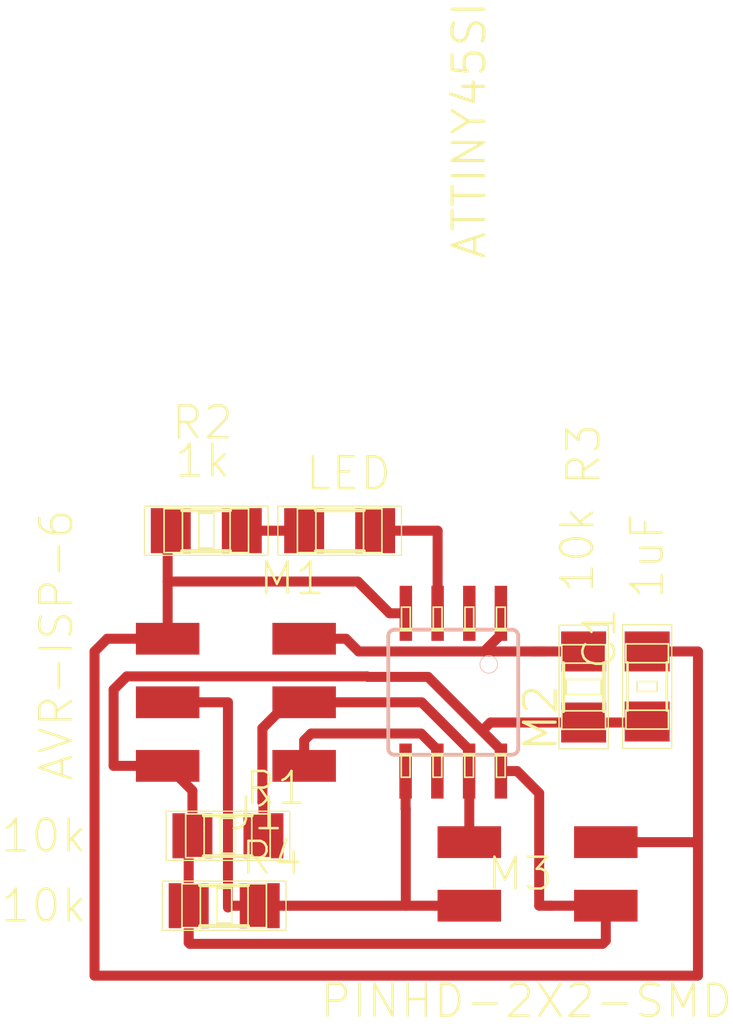
<source format=kicad_pcb>
(kicad_pcb (version 20171130) (host pcbnew 5.0.1)

  (general
    (thickness 1.6)
    (drawings 0)
    (tracks 80)
    (zones 0)
    (modules 9)
    (nets 10)
  )

  (page A4)
  (layers
    (0 F.Cu signal)
    (31 B.Cu signal)
    (32 B.Adhes user)
    (33 F.Adhes user)
    (34 B.Paste user)
    (35 F.Paste user)
    (36 B.SilkS user)
    (37 F.SilkS user)
    (38 B.Mask user)
    (39 F.Mask user)
    (40 Dwgs.User user)
    (41 Cmts.User user)
    (42 Eco1.User user)
    (43 Eco2.User user)
    (44 Edge.Cuts user)
    (45 Margin user)
    (46 B.CrtYd user)
    (47 F.CrtYd user)
    (48 B.Fab user)
    (49 F.Fab user)
  )

  (setup
    (last_trace_width 0.4)
    (trace_clearance 0.2)
    (zone_clearance 0.508)
    (zone_45_only no)
    (trace_min 0.2)
    (segment_width 0.2)
    (edge_width 0.15)
    (via_size 0.8)
    (via_drill 0.4)
    (via_min_size 0.4)
    (via_min_drill 0.3)
    (uvia_size 0.3)
    (uvia_drill 0.1)
    (uvias_allowed no)
    (uvia_min_size 0.2)
    (uvia_min_drill 0.1)
    (pcb_text_width 0.3)
    (pcb_text_size 1.5 1.5)
    (mod_edge_width 0.15)
    (mod_text_size 1 1)
    (mod_text_width 0.15)
    (pad_size 1.524 1.524)
    (pad_drill 0.762)
    (pad_to_mask_clearance 0.051)
    (solder_mask_min_width 0.25)
    (aux_axis_origin 0 0)
    (visible_elements FFFFFF7F)
    (pcbplotparams
      (layerselection 0x010fc_ffffffff)
      (usegerberextensions false)
      (usegerberattributes false)
      (usegerberadvancedattributes false)
      (creategerberjobfile false)
      (excludeedgelayer true)
      (linewidth 0.100000)
      (plotframeref false)
      (viasonmask false)
      (mode 1)
      (useauxorigin false)
      (hpglpennumber 1)
      (hpglpenspeed 20)
      (hpglpendiameter 15.000000)
      (psnegative false)
      (psa4output false)
      (plotreference true)
      (plotvalue true)
      (plotinvisibletext false)
      (padsonsilk false)
      (subtractmaskfromsilk false)
      (outputformat 1)
      (mirror false)
      (drillshape 1)
      (scaleselection 1)
      (outputdirectory ""))
  )

  (net 0 "")
  (net 1 +5V)
  (net 2 Earth)
  (net 3 /RESET)
  (net 4 /MOSI)
  (net 5 /MISO)
  (net 6 /SCK)
  (net 7 "Net-(M1-Pad2)")
  (net 8 "Net-(M2-Pad2)")
  (net 9 /LED)

  (net_class Default "This is the default net class."
    (clearance 0.2)
    (trace_width 0.4)
    (via_dia 0.8)
    (via_drill 0.4)
    (uvia_dia 0.3)
    (uvia_drill 0.1)
    (add_net +5V)
    (add_net /LED)
    (add_net /MISO)
    (add_net /MOSI)
    (add_net /RESET)
    (add_net /SCK)
    (add_net Earth)
    (add_net "Net-(M1-Pad2)")
    (add_net "Net-(M2-Pad2)")
  )

  (module fab:fab-C1206 (layer F.Cu) (tedit 200000) (tstamp 5C0A1365)
    (at 259.08 139.06754 90)
    (descr CAPACITOR)
    (tags CAPACITOR)
    (path /5BFE9E63)
    (attr smd)
    (fp_text reference C1 (at 1.905 -1.905 90) (layer F.SilkS)
      (effects (font (size 1.27 1.27) (thickness 0.1016)))
    )
    (fp_text value 1uF (at 5.20954 0 90) (layer F.SilkS)
      (effects (font (size 1.27 1.27) (thickness 0.1016)))
    )
    (fp_line (start -1.7018 0.8509) (end -0.94996 0.8509) (layer F.SilkS) (width 0.06604))
    (fp_line (start -0.94996 0.8509) (end -0.94996 -0.84836) (layer F.SilkS) (width 0.06604))
    (fp_line (start -1.7018 -0.84836) (end -0.94996 -0.84836) (layer F.SilkS) (width 0.06604))
    (fp_line (start -1.7018 0.8509) (end -1.7018 -0.84836) (layer F.SilkS) (width 0.06604))
    (fp_line (start 0.94996 0.84836) (end 1.7018 0.84836) (layer F.SilkS) (width 0.06604))
    (fp_line (start 1.7018 0.84836) (end 1.7018 -0.8509) (layer F.SilkS) (width 0.06604))
    (fp_line (start 0.94996 -0.8509) (end 1.7018 -0.8509) (layer F.SilkS) (width 0.06604))
    (fp_line (start 0.94996 0.84836) (end 0.94996 -0.8509) (layer F.SilkS) (width 0.06604))
    (fp_line (start -0.19812 0.39878) (end 0.19812 0.39878) (layer F.SilkS) (width 0.06604))
    (fp_line (start 0.19812 0.39878) (end 0.19812 -0.39878) (layer F.SilkS) (width 0.06604))
    (fp_line (start -0.19812 -0.39878) (end 0.19812 -0.39878) (layer F.SilkS) (width 0.06604))
    (fp_line (start -0.19812 0.39878) (end -0.19812 -0.39878) (layer F.SilkS) (width 0.06604))
    (fp_line (start -2.47142 -0.98298) (end 2.47142 -0.98298) (layer F.SilkS) (width 0.0508))
    (fp_line (start 2.47142 0.98298) (end -2.47142 0.98298) (layer F.SilkS) (width 0.0508))
    (fp_line (start -2.47142 0.98298) (end -2.47142 -0.98298) (layer F.SilkS) (width 0.0508))
    (fp_line (start 2.47142 -0.98298) (end 2.47142 0.98298) (layer F.SilkS) (width 0.0508))
    (fp_line (start -0.96266 -0.78486) (end 0.96266 -0.78486) (layer F.SilkS) (width 0.1016))
    (fp_line (start -0.96266 0.78486) (end 0.96266 0.78486) (layer F.SilkS) (width 0.1016))
    (pad 1 smd rect (at -1.39954 0 90) (size 1.59766 1.79832) (layers F.Cu F.Paste F.Mask)
      (net 1 +5V))
    (pad 2 smd rect (at 1.39954 0 90) (size 1.59766 1.79832) (layers F.Cu F.Paste F.Mask)
      (net 2 Earth))
  )

  (module fab:fab-2X03SMD (layer F.Cu) (tedit 200000) (tstamp 5C0A136F)
    (at 242.824 139.7 180)
    (path /5BFD0A02)
    (attr smd)
    (fp_text reference J1 (at -0.635 -4.445 180) (layer F.SilkS)
      (effects (font (size 1.27 1.27) (thickness 0.1016)))
    )
    (fp_text value AVR-ISP-6 (at 7.366 2.286 270) (layer F.SilkS)
      (effects (font (size 1.27 1.27) (thickness 0.1016)))
    )
    (pad 1 smd rect (at -2.54 -2.54 180) (size 2.54 1.27) (layers F.Cu F.Paste F.Mask)
      (net 5 /MISO))
    (pad 2 smd rect (at 2.91846 -2.54 180) (size 2.54 1.27) (layers F.Cu F.Paste F.Mask)
      (net 1 +5V))
    (pad 3 smd rect (at -2.54 0 180) (size 2.54 1.27) (layers F.Cu F.Paste F.Mask)
      (net 6 /SCK))
    (pad 4 smd rect (at 2.91846 0 180) (size 2.54 1.27) (layers F.Cu F.Paste F.Mask)
      (net 4 /MOSI))
    (pad 5 smd rect (at -2.54 2.54 180) (size 2.54 1.27) (layers F.Cu F.Paste F.Mask)
      (net 3 /RESET))
    (pad 6 smd rect (at 2.91846 2.54 180) (size 2.54 1.27) (layers F.Cu F.Paste F.Mask)
      (net 2 Earth))
  )

  (module fab:fab-LED1206 (layer F.Cu) (tedit 200000) (tstamp 5C0A1383)
    (at 246.78386 132.842 180)
    (descr "LED 1206 PADS (STANDARD PATTERN)")
    (tags "LED 1206 PADS (STANDARD PATTERN)")
    (path /5BFCBDA2)
    (attr smd)
    (fp_text reference M1 (at 1.905 -1.905 180) (layer F.SilkS)
      (effects (font (size 1.27 1.27) (thickness 0.1016)))
    )
    (fp_text value LED (at -0.35814 2.286 180) (layer F.SilkS)
      (effects (font (size 1.27 1.27) (thickness 0.1016)))
    )
    (fp_line (start -1.6891 0.8763) (end -0.9525 0.8763) (layer F.SilkS) (width 0.06604))
    (fp_line (start -0.9525 0.8763) (end -0.9525 -0.8763) (layer F.SilkS) (width 0.06604))
    (fp_line (start -1.6891 -0.8763) (end -0.9525 -0.8763) (layer F.SilkS) (width 0.06604))
    (fp_line (start -1.6891 0.8763) (end -1.6891 -0.8763) (layer F.SilkS) (width 0.06604))
    (fp_line (start 0.9525 0.8763) (end 1.6891 0.8763) (layer F.SilkS) (width 0.06604))
    (fp_line (start 1.6891 0.8763) (end 1.6891 -0.8763) (layer F.SilkS) (width 0.06604))
    (fp_line (start 0.9525 -0.8763) (end 1.6891 -0.8763) (layer F.SilkS) (width 0.06604))
    (fp_line (start 0.9525 0.8763) (end 0.9525 -0.8763) (layer F.SilkS) (width 0.06604))
    (fp_line (start 0.9525 0.8128) (end -0.9652 0.8128) (layer F.SilkS) (width 0.1524))
    (fp_line (start 0.9525 -0.8128) (end -0.9652 -0.8128) (layer F.SilkS) (width 0.1524))
    (fp_line (start -2.47142 -0.98298) (end 2.47142 -0.98298) (layer F.SilkS) (width 0.0508))
    (fp_line (start 2.47142 -0.98298) (end 2.47142 0.98298) (layer F.SilkS) (width 0.0508))
    (fp_line (start 2.47142 0.98298) (end -2.47142 0.98298) (layer F.SilkS) (width 0.0508))
    (fp_line (start -2.47142 0.98298) (end -2.47142 -0.98298) (layer F.SilkS) (width 0.0508))
    (pad 1 smd rect (at -1.41986 0 180) (size 1.59766 1.80086) (layers F.Cu F.Paste F.Mask)
      (net 9 /LED))
    (pad 2 smd rect (at 1.41986 0 180) (size 1.59766 1.80086) (layers F.Cu F.Paste F.Mask)
      (net 7 "Net-(M1-Pad2)"))
  )

  (module fab:fab-SOIC8 (layer F.Cu) (tedit 200000) (tstamp 5C0A13C2)
    (at 251.32538 139.29614 180)
    (descr "WIDE PLASTIC GULL WING SMALL OUTLINE PACKAGE")
    (tags "WIDE PLASTIC GULL WING SMALL OUTLINE PACKAGE")
    (path /5BFDB380)
    (attr smd)
    (fp_text reference M2 (at -3.4925 -1.016 270) (layer F.SilkS)
      (effects (font (size 1.27 1.27) (thickness 0.127)))
    )
    (fp_text value ATTINY45SI (at -0.64262 22.45614 270) (layer F.SilkS)
      (effects (font (size 1.27 1.27) (thickness 0.127)))
    )
    (fp_line (start -2.07772 -2.49936) (end -1.72974 -2.49936) (layer F.SilkS) (width 0.06604))
    (fp_line (start -1.72974 -2.49936) (end -1.72974 -3.39852) (layer F.SilkS) (width 0.06604))
    (fp_line (start -2.07772 -3.39852) (end -1.72974 -3.39852) (layer F.SilkS) (width 0.06604))
    (fp_line (start -2.07772 -2.49936) (end -2.07772 -3.39852) (layer F.SilkS) (width 0.06604))
    (fp_line (start -0.80772 -2.49936) (end -0.45974 -2.49936) (layer F.SilkS) (width 0.06604))
    (fp_line (start -0.45974 -2.49936) (end -0.45974 -3.39852) (layer F.SilkS) (width 0.06604))
    (fp_line (start -0.80772 -3.39852) (end -0.45974 -3.39852) (layer F.SilkS) (width 0.06604))
    (fp_line (start -0.80772 -2.49936) (end -0.80772 -3.39852) (layer F.SilkS) (width 0.06604))
    (fp_line (start 0.45974 -2.49936) (end 0.80772 -2.49936) (layer F.SilkS) (width 0.06604))
    (fp_line (start 0.80772 -2.49936) (end 0.80772 -3.39852) (layer F.SilkS) (width 0.06604))
    (fp_line (start 0.45974 -3.39852) (end 0.80772 -3.39852) (layer F.SilkS) (width 0.06604))
    (fp_line (start 0.45974 -2.49936) (end 0.45974 -3.39852) (layer F.SilkS) (width 0.06604))
    (fp_line (start 1.72974 -2.49936) (end 2.07772 -2.49936) (layer F.SilkS) (width 0.06604))
    (fp_line (start 2.07772 -2.49936) (end 2.07772 -3.39852) (layer F.SilkS) (width 0.06604))
    (fp_line (start 1.72974 -3.39852) (end 2.07772 -3.39852) (layer F.SilkS) (width 0.06604))
    (fp_line (start 1.72974 -2.49936) (end 1.72974 -3.39852) (layer F.SilkS) (width 0.06604))
    (fp_line (start 1.71958 3.39852) (end 2.06756 3.39852) (layer F.SilkS) (width 0.06604))
    (fp_line (start 2.06756 3.39852) (end 2.06756 2.49936) (layer F.SilkS) (width 0.06604))
    (fp_line (start 1.71958 2.49936) (end 2.06756 2.49936) (layer F.SilkS) (width 0.06604))
    (fp_line (start 1.71958 3.39852) (end 1.71958 2.49936) (layer F.SilkS) (width 0.06604))
    (fp_line (start 0.44958 3.39852) (end 0.79756 3.39852) (layer F.SilkS) (width 0.06604))
    (fp_line (start 0.79756 3.39852) (end 0.79756 2.49936) (layer F.SilkS) (width 0.06604))
    (fp_line (start 0.44958 2.49936) (end 0.79756 2.49936) (layer F.SilkS) (width 0.06604))
    (fp_line (start 0.44958 3.39852) (end 0.44958 2.49936) (layer F.SilkS) (width 0.06604))
    (fp_line (start -0.81788 3.39852) (end -0.4699 3.39852) (layer F.SilkS) (width 0.06604))
    (fp_line (start -0.4699 3.39852) (end -0.4699 2.49936) (layer F.SilkS) (width 0.06604))
    (fp_line (start -0.81788 2.49936) (end -0.4699 2.49936) (layer F.SilkS) (width 0.06604))
    (fp_line (start -0.81788 3.39852) (end -0.81788 2.49936) (layer F.SilkS) (width 0.06604))
    (fp_line (start -2.07772 3.39852) (end -1.72974 3.39852) (layer F.SilkS) (width 0.06604))
    (fp_line (start -1.72974 3.39852) (end -1.72974 2.49936) (layer F.SilkS) (width 0.06604))
    (fp_line (start -2.07772 2.49936) (end -1.72974 2.49936) (layer F.SilkS) (width 0.06604))
    (fp_line (start -2.07772 3.39852) (end -2.07772 2.49936) (layer F.SilkS) (width 0.06604))
    (fp_line (start 2.35966 2.49936) (end -2.33934 2.49936) (layer F.SilkS) (width 0.1524))
    (fp_line (start -2.33934 -2.49936) (end 2.35966 -2.49936) (layer F.SilkS) (width 0.1524))
    (fp_line (start -2.2098 -2.49936) (end -2.33934 -2.49936) (layer B.SilkS) (width 0.1524))
    (fp_line (start -1.5875 -2.49936) (end -0.94996 -2.49936) (layer B.SilkS) (width 0.1524))
    (fp_line (start -0.3175 -2.49936) (end 0.3175 -2.49936) (layer B.SilkS) (width 0.1524))
    (fp_line (start 0.94996 -2.49936) (end 1.5875 -2.49936) (layer B.SilkS) (width 0.1524))
    (fp_line (start 2.2098 -2.49936) (end 2.35966 -2.49936) (layer B.SilkS) (width 0.1524))
    (fp_line (start 2.19964 2.49936) (end 2.32918 2.49936) (layer B.SilkS) (width 0.1524))
    (fp_line (start 1.5875 2.49936) (end 0.9398 2.49936) (layer B.SilkS) (width 0.1524))
    (fp_line (start 0.3175 2.49936) (end -0.32766 2.49936) (layer B.SilkS) (width 0.1524))
    (fp_line (start -0.94996 2.49936) (end -1.5875 2.49936) (layer B.SilkS) (width 0.1524))
    (fp_line (start -2.2098 2.49936) (end -2.33934 2.49936) (layer B.SilkS) (width 0.1524))
    (fp_line (start -2.59842 -2.2479) (end -2.59842 2.23774) (layer B.SilkS) (width 0.1524))
    (fp_line (start 2.59842 2.2479) (end 2.59842 -2.2479) (layer B.SilkS) (width 0.1524))
    (fp_circle (center -1.41986 1.11252) (end -1.66878 1.36144) (layer B.SilkS) (width 0.0254))
    (fp_arc (start -2.3495 -2.2479) (end -2.59842 -2.2479) (angle 90) (layer B.SilkS) (width 0.1524))
    (fp_arc (start 2.3495 -2.2479) (end 2.3495 -2.49936) (angle 90) (layer B.SilkS) (width 0.1524))
    (fp_arc (start 2.3495 2.2479) (end 2.59842 2.2479) (angle 90) (layer B.SilkS) (width 0.1524))
    (fp_arc (start -2.3495 2.2479) (end -2.3495 2.49936) (angle 90) (layer B.SilkS) (width 0.1524))
    (pad 1 smd rect (at -1.905 3.15214 180) (size 0.49784 2.19964) (layers F.Cu F.Paste F.Mask)
      (net 3 /RESET))
    (pad 2 smd rect (at -0.64262 3.15214 180) (size 0.49784 2.19964) (layers F.Cu F.Paste F.Mask)
      (net 8 "Net-(M2-Pad2)"))
    (pad 3 smd rect (at 0.62484 3.15214 180) (size 0.49784 2.19964) (layers F.Cu F.Paste F.Mask)
      (net 9 /LED))
    (pad 4 smd rect (at 1.89484 3.15214 180) (size 0.49784 2.19964) (layers F.Cu F.Paste F.Mask)
      (net 2 Earth))
    (pad 5 smd rect (at 1.905 -3.15214 180) (size 0.49784 2.19964) (layers F.Cu F.Paste F.Mask)
      (net 4 /MOSI))
    (pad 6 smd rect (at 0.635 -3.15214 180) (size 0.49784 2.19964) (layers F.Cu F.Paste F.Mask)
      (net 5 /MISO))
    (pad 7 smd rect (at -0.635 -3.15214 180) (size 0.49784 2.19964) (layers F.Cu F.Paste F.Mask)
      (net 6 /SCK))
    (pad 8 smd rect (at -1.905 -3.15214 180) (size 0.49784 2.19964) (layers F.Cu F.Paste F.Mask)
      (net 1 +5V))
  )

  (module fab:fab-2X02SMD (layer F.Cu) (tedit 200000) (tstamp 5C0A13CA)
    (at 254.508 146.558)
    (path /5BFE07FF)
    (attr smd)
    (fp_text reference M3 (at -0.508 0) (layer F.SilkS)
      (effects (font (size 1.27 1.27) (thickness 0.1016)))
    )
    (fp_text value PINHD-2X2-SMD (at -0.254 5.08) (layer F.SilkS)
      (effects (font (size 1.27 1.27) (thickness 0.1016)))
    )
    (pad 1 smd rect (at -2.54 -1.27) (size 2.54 1.27) (layers F.Cu F.Paste F.Mask)
      (net 6 /SCK))
    (pad 2 smd rect (at 2.91846 -1.27) (size 2.54 1.27) (layers F.Cu F.Paste F.Mask)
      (net 2 Earth))
    (pad 3 smd rect (at -2.54 1.27) (size 2.54 1.27) (layers F.Cu F.Paste F.Mask)
      (net 4 /MOSI))
    (pad 4 smd rect (at 2.91846 1.27) (size 2.54 1.27) (layers F.Cu F.Paste F.Mask)
      (net 1 +5V))
  )

  (module fab:fab-R1206 (layer F.Cu) (tedit 200000) (tstamp 5C0A13E2)
    (at 242.316 145.034)
    (descr RESISTOR)
    (tags RESISTOR)
    (path /5BFEB050)
    (attr smd)
    (fp_text reference R1 (at 1.905 -1.905) (layer F.SilkS)
      (effects (font (size 1.27 1.27) (thickness 0.1016)))
    )
    (fp_text value 10k (at -7.366 0) (layer F.SilkS)
      (effects (font (size 1.27 1.27) (thickness 0.1016)))
    )
    (fp_line (start -1.6891 0.8763) (end -0.9525 0.8763) (layer F.SilkS) (width 0.06604))
    (fp_line (start -0.9525 0.8763) (end -0.9525 -0.8763) (layer F.SilkS) (width 0.06604))
    (fp_line (start -1.6891 -0.8763) (end -0.9525 -0.8763) (layer F.SilkS) (width 0.06604))
    (fp_line (start -1.6891 0.8763) (end -1.6891 -0.8763) (layer F.SilkS) (width 0.06604))
    (fp_line (start 0.9525 0.8763) (end 1.6891 0.8763) (layer F.SilkS) (width 0.06604))
    (fp_line (start 1.6891 0.8763) (end 1.6891 -0.8763) (layer F.SilkS) (width 0.06604))
    (fp_line (start 0.9525 -0.8763) (end 1.6891 -0.8763) (layer F.SilkS) (width 0.06604))
    (fp_line (start 0.9525 0.8763) (end 0.9525 -0.8763) (layer F.SilkS) (width 0.06604))
    (fp_line (start -0.29972 0.6985) (end 0.29972 0.6985) (layer F.SilkS) (width 0.06604))
    (fp_line (start 0.29972 0.6985) (end 0.29972 -0.6985) (layer F.SilkS) (width 0.06604))
    (fp_line (start -0.29972 -0.6985) (end 0.29972 -0.6985) (layer F.SilkS) (width 0.06604))
    (fp_line (start -0.29972 0.6985) (end -0.29972 -0.6985) (layer F.SilkS) (width 0.06604))
    (fp_line (start 0.9525 0.8128) (end -0.9652 0.8128) (layer F.SilkS) (width 0.1524))
    (fp_line (start 0.9525 -0.8128) (end -0.9652 -0.8128) (layer F.SilkS) (width 0.1524))
    (fp_line (start -2.47142 -0.98298) (end 2.47142 -0.98298) (layer F.SilkS) (width 0.0508))
    (fp_line (start 2.47142 -0.98298) (end 2.47142 0.98298) (layer F.SilkS) (width 0.0508))
    (fp_line (start 2.47142 0.98298) (end -2.47142 0.98298) (layer F.SilkS) (width 0.0508))
    (fp_line (start -2.47142 0.98298) (end -2.47142 -0.98298) (layer F.SilkS) (width 0.0508))
    (pad 1 smd rect (at -1.41986 0) (size 1.59766 1.80086) (layers F.Cu F.Paste F.Mask)
      (net 1 +5V))
    (pad 2 smd rect (at 1.41986 0) (size 1.59766 1.80086) (layers F.Cu F.Paste F.Mask)
      (net 6 /SCK))
  )

  (module fab:fab-R1206 (layer F.Cu) (tedit 200000) (tstamp 5C0A13FA)
    (at 241.44986 132.842)
    (descr RESISTOR)
    (tags RESISTOR)
    (path /5BFCDD72)
    (attr smd)
    (fp_text reference R2 (at -0.14986 -4.318) (layer F.SilkS)
      (effects (font (size 1.27 1.27) (thickness 0.1016)))
    )
    (fp_text value 1k (at -0.14986 -2.794) (layer F.SilkS)
      (effects (font (size 1.27 1.27) (thickness 0.1016)))
    )
    (fp_line (start -2.47142 0.98298) (end -2.47142 -0.98298) (layer F.SilkS) (width 0.0508))
    (fp_line (start 2.47142 0.98298) (end -2.47142 0.98298) (layer F.SilkS) (width 0.0508))
    (fp_line (start 2.47142 -0.98298) (end 2.47142 0.98298) (layer F.SilkS) (width 0.0508))
    (fp_line (start -2.47142 -0.98298) (end 2.47142 -0.98298) (layer F.SilkS) (width 0.0508))
    (fp_line (start 0.9525 -0.8128) (end -0.9652 -0.8128) (layer F.SilkS) (width 0.1524))
    (fp_line (start 0.9525 0.8128) (end -0.9652 0.8128) (layer F.SilkS) (width 0.1524))
    (fp_line (start -0.29972 0.6985) (end -0.29972 -0.6985) (layer F.SilkS) (width 0.06604))
    (fp_line (start -0.29972 -0.6985) (end 0.29972 -0.6985) (layer F.SilkS) (width 0.06604))
    (fp_line (start 0.29972 0.6985) (end 0.29972 -0.6985) (layer F.SilkS) (width 0.06604))
    (fp_line (start -0.29972 0.6985) (end 0.29972 0.6985) (layer F.SilkS) (width 0.06604))
    (fp_line (start 0.9525 0.8763) (end 0.9525 -0.8763) (layer F.SilkS) (width 0.06604))
    (fp_line (start 0.9525 -0.8763) (end 1.6891 -0.8763) (layer F.SilkS) (width 0.06604))
    (fp_line (start 1.6891 0.8763) (end 1.6891 -0.8763) (layer F.SilkS) (width 0.06604))
    (fp_line (start 0.9525 0.8763) (end 1.6891 0.8763) (layer F.SilkS) (width 0.06604))
    (fp_line (start -1.6891 0.8763) (end -1.6891 -0.8763) (layer F.SilkS) (width 0.06604))
    (fp_line (start -1.6891 -0.8763) (end -0.9525 -0.8763) (layer F.SilkS) (width 0.06604))
    (fp_line (start -0.9525 0.8763) (end -0.9525 -0.8763) (layer F.SilkS) (width 0.06604))
    (fp_line (start -1.6891 0.8763) (end -0.9525 0.8763) (layer F.SilkS) (width 0.06604))
    (pad 2 smd rect (at 1.41986 0) (size 1.59766 1.80086) (layers F.Cu F.Paste F.Mask)
      (net 7 "Net-(M1-Pad2)"))
    (pad 1 smd rect (at -1.41986 0) (size 1.59766 1.80086) (layers F.Cu F.Paste F.Mask)
      (net 2 Earth))
  )

  (module fab:fab-R1206 (layer F.Cu) (tedit 200000) (tstamp 5C0A1412)
    (at 256.54 139.08786 90)
    (descr RESISTOR)
    (tags RESISTOR)
    (path /5BFCDB65)
    (attr smd)
    (fp_text reference R3 (at 9.29386 0 90) (layer F.SilkS)
      (effects (font (size 1.27 1.27) (thickness 0.1016)))
    )
    (fp_text value 10k (at 5.48386 -0.254 90) (layer F.SilkS)
      (effects (font (size 1.27 1.27) (thickness 0.1016)))
    )
    (fp_line (start -1.6891 0.8763) (end -0.9525 0.8763) (layer F.SilkS) (width 0.06604))
    (fp_line (start -0.9525 0.8763) (end -0.9525 -0.8763) (layer F.SilkS) (width 0.06604))
    (fp_line (start -1.6891 -0.8763) (end -0.9525 -0.8763) (layer F.SilkS) (width 0.06604))
    (fp_line (start -1.6891 0.8763) (end -1.6891 -0.8763) (layer F.SilkS) (width 0.06604))
    (fp_line (start 0.9525 0.8763) (end 1.6891 0.8763) (layer F.SilkS) (width 0.06604))
    (fp_line (start 1.6891 0.8763) (end 1.6891 -0.8763) (layer F.SilkS) (width 0.06604))
    (fp_line (start 0.9525 -0.8763) (end 1.6891 -0.8763) (layer F.SilkS) (width 0.06604))
    (fp_line (start 0.9525 0.8763) (end 0.9525 -0.8763) (layer F.SilkS) (width 0.06604))
    (fp_line (start -0.29972 0.6985) (end 0.29972 0.6985) (layer F.SilkS) (width 0.06604))
    (fp_line (start 0.29972 0.6985) (end 0.29972 -0.6985) (layer F.SilkS) (width 0.06604))
    (fp_line (start -0.29972 -0.6985) (end 0.29972 -0.6985) (layer F.SilkS) (width 0.06604))
    (fp_line (start -0.29972 0.6985) (end -0.29972 -0.6985) (layer F.SilkS) (width 0.06604))
    (fp_line (start 0.9525 0.8128) (end -0.9652 0.8128) (layer F.SilkS) (width 0.1524))
    (fp_line (start 0.9525 -0.8128) (end -0.9652 -0.8128) (layer F.SilkS) (width 0.1524))
    (fp_line (start -2.47142 -0.98298) (end 2.47142 -0.98298) (layer F.SilkS) (width 0.0508))
    (fp_line (start 2.47142 -0.98298) (end 2.47142 0.98298) (layer F.SilkS) (width 0.0508))
    (fp_line (start 2.47142 0.98298) (end -2.47142 0.98298) (layer F.SilkS) (width 0.0508))
    (fp_line (start -2.47142 0.98298) (end -2.47142 -0.98298) (layer F.SilkS) (width 0.0508))
    (pad 1 smd rect (at -1.41986 0 90) (size 1.59766 1.80086) (layers F.Cu F.Paste F.Mask)
      (net 1 +5V))
    (pad 2 smd rect (at 1.41986 0 90) (size 1.59766 1.80086) (layers F.Cu F.Paste F.Mask)
      (net 3 /RESET))
  )

  (module fab:fab-R1206 (layer F.Cu) (tedit 200000) (tstamp 5C0A142A)
    (at 242.16614 147.828)
    (descr RESISTOR)
    (tags RESISTOR)
    (path /5BFEDA53)
    (attr smd)
    (fp_text reference R4 (at 1.905 -1.905) (layer F.SilkS)
      (effects (font (size 1.27 1.27) (thickness 0.1016)))
    )
    (fp_text value 10k (at -7.21614 0) (layer F.SilkS)
      (effects (font (size 1.27 1.27) (thickness 0.1016)))
    )
    (fp_line (start -2.47142 0.98298) (end -2.47142 -0.98298) (layer F.SilkS) (width 0.0508))
    (fp_line (start 2.47142 0.98298) (end -2.47142 0.98298) (layer F.SilkS) (width 0.0508))
    (fp_line (start 2.47142 -0.98298) (end 2.47142 0.98298) (layer F.SilkS) (width 0.0508))
    (fp_line (start -2.47142 -0.98298) (end 2.47142 -0.98298) (layer F.SilkS) (width 0.0508))
    (fp_line (start 0.9525 -0.8128) (end -0.9652 -0.8128) (layer F.SilkS) (width 0.1524))
    (fp_line (start 0.9525 0.8128) (end -0.9652 0.8128) (layer F.SilkS) (width 0.1524))
    (fp_line (start -0.29972 0.6985) (end -0.29972 -0.6985) (layer F.SilkS) (width 0.06604))
    (fp_line (start -0.29972 -0.6985) (end 0.29972 -0.6985) (layer F.SilkS) (width 0.06604))
    (fp_line (start 0.29972 0.6985) (end 0.29972 -0.6985) (layer F.SilkS) (width 0.06604))
    (fp_line (start -0.29972 0.6985) (end 0.29972 0.6985) (layer F.SilkS) (width 0.06604))
    (fp_line (start 0.9525 0.8763) (end 0.9525 -0.8763) (layer F.SilkS) (width 0.06604))
    (fp_line (start 0.9525 -0.8763) (end 1.6891 -0.8763) (layer F.SilkS) (width 0.06604))
    (fp_line (start 1.6891 0.8763) (end 1.6891 -0.8763) (layer F.SilkS) (width 0.06604))
    (fp_line (start 0.9525 0.8763) (end 1.6891 0.8763) (layer F.SilkS) (width 0.06604))
    (fp_line (start -1.6891 0.8763) (end -1.6891 -0.8763) (layer F.SilkS) (width 0.06604))
    (fp_line (start -1.6891 -0.8763) (end -0.9525 -0.8763) (layer F.SilkS) (width 0.06604))
    (fp_line (start -0.9525 0.8763) (end -0.9525 -0.8763) (layer F.SilkS) (width 0.06604))
    (fp_line (start -1.6891 0.8763) (end -0.9525 0.8763) (layer F.SilkS) (width 0.06604))
    (pad 2 smd rect (at 1.41986 0) (size 1.59766 1.80086) (layers F.Cu F.Paste F.Mask)
      (net 4 /MOSI))
    (pad 1 smd rect (at -1.41986 0) (size 1.59766 1.80086) (layers F.Cu F.Paste F.Mask)
      (net 1 +5V))
  )

  (segment (start 253.23038 141.59738) (end 253.23038 142.44828) (width 0.4) (layer F.Cu) (net 1))
  (segment (start 252.81128 140.50772) (end 256.54 140.50772) (width 0.4) (layer F.Cu) (net 1))
  (segment (start 252.476 140.843) (end 252.81128 140.50772) (width 0.4) (layer F.Cu) (net 1))
  (segment (start 252.476 140.843) (end 253.23038 141.59738) (width 0.4) (layer F.Cu) (net 1))
  (segment (start 259.03936 140.50772) (end 259.08 140.46708) (width 0.4) (layer F.Cu) (net 1))
  (segment (start 256.54 140.50772) (end 259.03936 140.50772) (width 0.4) (layer F.Cu) (net 1))
  (segment (start 239.90554 142.24) (end 237.744 142.24) (width 0.4) (layer F.Cu) (net 1))
  (segment (start 237.744 142.24) (end 237.744 139.192) (width 0.4) (layer F.Cu) (net 1))
  (segment (start 250.317 138.684) (end 252.476 140.843) (width 0.4) (layer F.Cu) (net 1))
  (segment (start 238.271001 138.664999) (end 247.884999 138.664999) (width 0.4) (layer F.Cu) (net 1))
  (segment (start 247.884999 138.664999) (end 247.904 138.684) (width 0.4) (layer F.Cu) (net 1))
  (segment (start 237.744 139.192) (end 238.271001 138.664999) (width 0.4) (layer F.Cu) (net 1))
  (segment (start 247.904 138.684) (end 250.317 138.684) (width 0.4) (layer F.Cu) (net 1))
  (segment (start 240.74628 145.18386) (end 240.89614 145.034) (width 0.4) (layer F.Cu) (net 1))
  (segment (start 240.74628 147.828) (end 240.74628 145.18386) (width 0.4) (layer F.Cu) (net 1))
  (segment (start 240.89614 143.2306) (end 239.90554 142.24) (width 0.4) (layer F.Cu) (net 1))
  (segment (start 240.89614 145.034) (end 240.89614 143.2306) (width 0.4) (layer F.Cu) (net 1))
  (segment (start 253.8793 142.44828) (end 254.762 143.33098) (width 0.4) (layer F.Cu) (net 1))
  (segment (start 253.23038 142.44828) (end 253.8793 142.44828) (width 0.4) (layer F.Cu) (net 1))
  (segment (start 254.762 143.33098) (end 254.762 147.828) (width 0.4) (layer F.Cu) (net 1))
  (segment (start 254.762 147.828) (end 255.27 147.828) (width 0.4) (layer F.Cu) (net 1))
  (segment (start 255.016 147.828) (end 255.27 147.828) (width 0.4) (layer F.Cu) (net 1))
  (segment (start 255.27 147.828) (end 257.42646 147.828) (width 0.4) (layer F.Cu) (net 1))
  (segment (start 257.42646 149.22246) (end 257.42646 147.828) (width 0.4) (layer F.Cu) (net 1))
  (segment (start 257.29692 149.352) (end 257.42646 149.22246) (width 0.4) (layer F.Cu) (net 1))
  (segment (start 240.74628 149.30628) (end 240.792 149.352) (width 0.4) (layer F.Cu) (net 1))
  (segment (start 240.74628 147.828) (end 240.74628 149.30628) (width 0.4) (layer F.Cu) (net 1))
  (segment (start 257.29692 149.352) (end 240.792 149.352) (width 0.4) (layer F.Cu) (net 1))
  (segment (start 259.08 137.668) (end 261.112 137.668) (width 0.4) (layer F.Cu) (net 2))
  (segment (start 261.112 145.288) (end 257.42646 145.288) (width 0.4) (layer F.Cu) (net 2))
  (segment (start 261.112 137.668) (end 261.112 145.288) (width 0.4) (layer F.Cu) (net 2))
  (segment (start 239.90554 132.96646) (end 240.03 132.842) (width 0.4) (layer F.Cu) (net 2))
  (segment (start 248.78162 136.144) (end 249.43054 136.144) (width 0.4) (layer F.Cu) (net 2))
  (segment (start 247.51162 134.874) (end 248.78162 136.144) (width 0.4) (layer F.Cu) (net 2))
  (segment (start 239.90554 134.874) (end 239.90554 132.96646) (width 0.4) (layer F.Cu) (net 2))
  (segment (start 239.90554 134.874) (end 247.51162 134.874) (width 0.4) (layer F.Cu) (net 2))
  (segment (start 239.90554 137.16) (end 239.90554 134.874) (width 0.4) (layer F.Cu) (net 2))
  (segment (start 261.112 145.288) (end 261.112 150.622) (width 0.4) (layer F.Cu) (net 2))
  (segment (start 261.112 150.622) (end 236.982 150.622) (width 0.4) (layer F.Cu) (net 2))
  (segment (start 236.982 137.668) (end 237.49 137.16) (width 0.4) (layer F.Cu) (net 2))
  (segment (start 236.982 150.622) (end 236.982 137.668) (width 0.4) (layer F.Cu) (net 2))
  (segment (start 239.90554 137.16) (end 237.49 137.16) (width 0.4) (layer F.Cu) (net 2))
  (segment (start 247.034 137.16) (end 247.542 137.668) (width 0.4) (layer F.Cu) (net 3))
  (segment (start 245.364 137.16) (end 247.034 137.16) (width 0.4) (layer F.Cu) (net 3))
  (segment (start 253.23038 136.9949) (end 253.23038 136.144) (width 0.4) (layer F.Cu) (net 3))
  (segment (start 252.55728 137.668) (end 253.23038 136.9949) (width 0.4) (layer F.Cu) (net 3))
  (segment (start 247.542 137.668) (end 252.55728 137.668) (width 0.4) (layer F.Cu) (net 3))
  (segment (start 254.508 137.668) (end 256.54 137.668) (width 0.4) (layer F.Cu) (net 3))
  (segment (start 254.508 137.668) (end 255.016 137.668) (width 0.4) (layer F.Cu) (net 3))
  (segment (start 252.55728 137.668) (end 254.508 137.668) (width 0.4) (layer F.Cu) (net 3))
  (segment (start 245.364 142.24) (end 245.364 141.224) (width 0.4) (layer F.Cu) (net 5))
  (segment (start 250.69038 141.59738) (end 250.69038 142.44828) (width 0.4) (layer F.Cu) (net 5))
  (segment (start 250.04146 140.94846) (end 250.69038 141.59738) (width 0.4) (layer F.Cu) (net 5))
  (segment (start 245.639541 140.948459) (end 250.04146 140.94846) (width 0.4) (layer F.Cu) (net 5))
  (segment (start 245.364 141.224) (end 245.639541 140.948459) (width 0.4) (layer F.Cu) (net 5))
  (segment (start 251.96038 141.59738) (end 251.96038 142.44828) (width 0.4) (layer F.Cu) (net 6))
  (segment (start 250.063 139.7) (end 251.96038 141.59738) (width 0.4) (layer F.Cu) (net 6))
  (segment (start 245.364 139.7) (end 250.063 139.7) (width 0.4) (layer F.Cu) (net 6))
  (segment (start 251.968 142.4559) (end 251.96038 142.44828) (width 0.4) (layer F.Cu) (net 6))
  (segment (start 251.968 145.288) (end 251.968 142.4559) (width 0.4) (layer F.Cu) (net 6))
  (segment (start 244.729 139.7) (end 245.364 139.7) (width 0.4) (layer F.Cu) (net 6))
  (segment (start 243.694 140.735) (end 244.729 139.7) (width 0.4) (layer F.Cu) (net 6))
  (segment (start 243.693999 143.691709) (end 243.694 140.735) (width 0.4) (layer F.Cu) (net 6))
  (segment (start 243.73586 143.73357) (end 243.693999 143.691709) (width 0.4) (layer F.Cu) (net 6))
  (segment (start 243.73586 145.034) (end 243.73586 143.73357) (width 0.4) (layer F.Cu) (net 6))
  (segment (start 242.86972 132.842) (end 242.86972 132.7404) (width 0.4) (layer F.Cu) (net 7))
  (segment (start 250.70054 136.144) (end 250.70054 132.84454) (width 0.4) (layer F.Cu) (net 9))
  (segment (start 250.698 132.842) (end 248.20372 132.842) (width 0.4) (layer F.Cu) (net 9))
  (segment (start 250.70054 132.84454) (end 250.698 132.842) (width 0.4) (layer F.Cu) (net 9))
  (segment (start 243.586 147.828) (end 244.78483 147.828) (width 0.4) (layer F.Cu) (net 4))
  (segment (start 249.428 147.828) (end 251.968 147.828) (width 0.4) (layer F.Cu) (net 4))
  (segment (start 244.78483 147.828) (end 249.428 147.828) (width 0.4) (layer F.Cu) (net 4))
  (segment (start 249.42038 142.48638) (end 249.42038 142.44828) (width 0.4) (layer F.Cu) (net 4))
  (segment (start 249.428 143.95572) (end 249.428 147.828) (width 0.4) (layer F.Cu) (net 4))
  (segment (start 249.42038 143.9481) (end 249.428 143.95572) (width 0.4) (layer F.Cu) (net 4))
  (segment (start 249.42038 142.44828) (end 249.42038 143.9481) (width 0.4) (layer F.Cu) (net 4))
  (segment (start 242.316 139.7) (end 242.316 147.89917) (width 0.4) (layer F.Cu) (net 4))
  (segment (start 239.90554 139.7) (end 242.316 139.7) (width 0.4) (layer F.Cu) (net 4))
  (segment (start 242.38717 147.828) (end 243.586 147.828) (width 0.4) (layer F.Cu) (net 4))
  (segment (start 242.86972 132.842) (end 245.364 132.842) (width 0.4) (layer F.Cu) (net 7))

)

</source>
